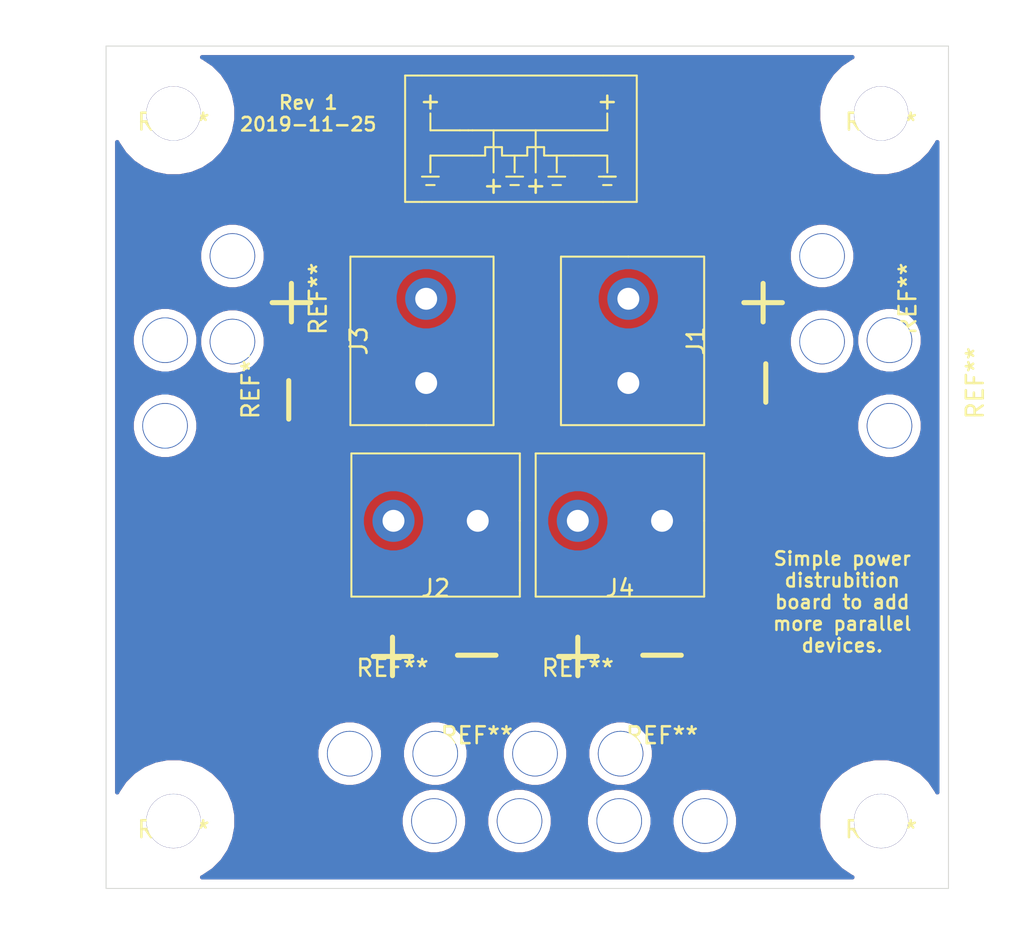
<source format=kicad_pcb>
(kicad_pcb (version 20171130) (host pcbnew "(5.1.4)-1")

  (general
    (thickness 1.6)
    (drawings 63)
    (tracks 0)
    (zones 0)
    (modules 16)
    (nets 3)
  )

  (page A4)
  (layers
    (0 F.Cu signal)
    (31 B.Cu signal)
    (32 B.Adhes user)
    (33 F.Adhes user)
    (34 B.Paste user)
    (35 F.Paste user)
    (36 B.SilkS user)
    (37 F.SilkS user)
    (38 B.Mask user)
    (39 F.Mask user)
    (40 Dwgs.User user)
    (41 Cmts.User user)
    (42 Eco1.User user)
    (43 Eco2.User user)
    (44 Edge.Cuts user)
    (45 Margin user)
    (46 B.CrtYd user)
    (47 F.CrtYd user)
    (48 B.Fab user)
    (49 F.Fab user)
  )

  (setup
    (last_trace_width 3)
    (user_trace_width 3)
    (trace_clearance 0.2)
    (zone_clearance 0.508)
    (zone_45_only no)
    (trace_min 0.2)
    (via_size 0.8)
    (via_drill 0.4)
    (via_min_size 0.4)
    (via_min_drill 0.3)
    (uvia_size 0.3)
    (uvia_drill 0.1)
    (uvias_allowed no)
    (uvia_min_size 0.2)
    (uvia_min_drill 0.1)
    (edge_width 0.05)
    (segment_width 0.2)
    (pcb_text_width 0.3)
    (pcb_text_size 1.5 1.5)
    (mod_edge_width 0.12)
    (mod_text_size 1 1)
    (mod_text_width 0.15)
    (pad_size 1.524 1.524)
    (pad_drill 0.762)
    (pad_to_mask_clearance 0.051)
    (solder_mask_min_width 0.25)
    (aux_axis_origin 0 0)
    (visible_elements 7FFFFFFF)
    (pcbplotparams
      (layerselection 0x010fc_ffffffff)
      (usegerberextensions false)
      (usegerberattributes false)
      (usegerberadvancedattributes false)
      (creategerberjobfile false)
      (excludeedgelayer true)
      (linewidth 0.100000)
      (plotframeref false)
      (viasonmask false)
      (mode 1)
      (useauxorigin false)
      (hpglpennumber 1)
      (hpglpenspeed 20)
      (hpglpendiameter 15.000000)
      (psnegative false)
      (psa4output false)
      (plotreference false)
      (plotvalue false)
      (plotinvisibletext false)
      (padsonsilk false)
      (subtractmaskfromsilk false)
      (outputformat 1)
      (mirror false)
      (drillshape 0)
      (scaleselection 1)
      (outputdirectory "../Gerber/"))
  )

  (net 0 "")
  (net 1 +12V)
  (net 2 GND)

  (net_class Default "This is the default net class."
    (clearance 0.2)
    (trace_width 0.25)
    (via_dia 0.8)
    (via_drill 0.4)
    (uvia_dia 0.3)
    (uvia_drill 0.1)
    (add_net +12V)
    (add_net GND)
  )

  (module Highside-powerdistribution:Mountinghole (layer F.Cu) (tedit 5DD06B0A) (tstamp 5DDAB5BD)
    (at 104 96)
    (fp_text reference REF** (at 0 0.5) (layer F.SilkS)
      (effects (font (size 1 1) (thickness 0.15)))
    )
    (fp_text value Mountinghole (at 0 -0.5) (layer F.Fab)
      (effects (font (size 1 1) (thickness 0.15)))
    )
    (pad "" thru_hole circle (at 0 0) (size 3.22 3.22) (drill 3.2) (layers *.Cu *.Mask)
      (clearance 2) (zone_connect 2))
  )

  (module Highside-powerdistribution:Mountinghole (layer F.Cu) (tedit 5DD06B0A) (tstamp 5DDAB5B5)
    (at 146 96)
    (fp_text reference REF** (at 0 0.5) (layer F.SilkS)
      (effects (font (size 1 1) (thickness 0.15)))
    )
    (fp_text value Mountinghole (at 0 -0.5) (layer F.Fab)
      (effects (font (size 1 1) (thickness 0.15)))
    )
    (pad "" thru_hole circle (at 0 0) (size 3.22 3.22) (drill 3.2) (layers *.Cu *.Mask)
      (clearance 2) (zone_connect 2))
  )

  (module Highside-powerdistribution:Mountinghole (layer F.Cu) (tedit 5DD06B0A) (tstamp 5DDAB5AD)
    (at 146 54)
    (fp_text reference REF** (at 0 0.5) (layer F.SilkS)
      (effects (font (size 1 1) (thickness 0.15)))
    )
    (fp_text value Mountinghole (at 0 -0.5) (layer F.Fab)
      (effects (font (size 1 1) (thickness 0.15)))
    )
    (pad "" thru_hole circle (at 0 0) (size 3.22 3.22) (drill 3.2) (layers *.Cu *.Mask)
      (clearance 2) (zone_connect 2))
  )

  (module Highside-powerdistribution:Mountinghole (layer F.Cu) (tedit 5DD06B0A) (tstamp 5DDAB5A7)
    (at 104 54)
    (fp_text reference REF** (at 0 0.5) (layer F.SilkS)
      (effects (font (size 1 1) (thickness 0.15)))
    )
    (fp_text value Mountinghole (at 0 -0.5) (layer F.Fab)
      (effects (font (size 1 1) (thickness 0.15)))
    )
    (pad "" thru_hole circle (at 0 0) (size 3.22 3.22) (drill 3.2) (layers *.Cu *.Mask)
      (clearance 2) (zone_connect 2))
  )

  (module Highside-powerdistribution:WireDistresser (layer F.Cu) (tedit 5DD063D4) (tstamp 5DDAB2BB)
    (at 133 96 180)
    (fp_text reference REF** (at 0 5.08) (layer F.SilkS)
      (effects (font (size 1 1) (thickness 0.15)))
    )
    (fp_text value WireDistresser (at 0 -3.81) (layer F.Fab)
      (effects (font (size 1 1) (thickness 0.15)))
    )
    (pad "" thru_hole circle (at 2.54 0 180) (size 2.7 2.7) (drill 2.6) (layers *.Cu *.Mask)
      (clearance 0.5))
    (pad "" thru_hole circle (at -2.54 0 180) (size 2.7 2.7) (drill 2.6) (layers *.Cu *.Mask)
      (clearance 0.5))
  )

  (module Highside-powerdistribution:WireDistresser (layer F.Cu) (tedit 5DD063D4) (tstamp 5DDAB29D)
    (at 128 92 180)
    (fp_text reference REF** (at 0 5.08) (layer F.SilkS)
      (effects (font (size 1 1) (thickness 0.15)))
    )
    (fp_text value WireDistresser (at 0 -3.81) (layer F.Fab)
      (effects (font (size 1 1) (thickness 0.15)))
    )
    (pad "" thru_hole circle (at 2.54 0 180) (size 2.7 2.7) (drill 2.6) (layers *.Cu *.Mask)
      (clearance 0.5))
    (pad "" thru_hole circle (at -2.54 0 180) (size 2.7 2.7) (drill 2.6) (layers *.Cu *.Mask)
      (clearance 0.5))
  )

  (module Highside-powerdistribution:WireDistresser (layer F.Cu) (tedit 5DD063D4) (tstamp 5DDAB2CA)
    (at 117 92 180)
    (fp_text reference REF** (at 0 5.08) (layer F.SilkS)
      (effects (font (size 1 1) (thickness 0.15)))
    )
    (fp_text value WireDistresser (at 0 -3.81) (layer F.Fab)
      (effects (font (size 1 1) (thickness 0.15)))
    )
    (pad "" thru_hole circle (at 2.54 0 180) (size 2.7 2.7) (drill 2.6) (layers *.Cu *.Mask)
      (clearance 0.5))
    (pad "" thru_hole circle (at -2.54 0 180) (size 2.7 2.7) (drill 2.6) (layers *.Cu *.Mask)
      (clearance 0.5))
  )

  (module Highside-powerdistribution:WireDistresser (layer F.Cu) (tedit 5DD063D4) (tstamp 5DDAB28E)
    (at 122 96 180)
    (fp_text reference REF** (at 0 5.08) (layer F.SilkS)
      (effects (font (size 1 1) (thickness 0.15)))
    )
    (fp_text value WireDistresser (at 0 -3.81) (layer F.Fab)
      (effects (font (size 1 1) (thickness 0.15)))
    )
    (pad "" thru_hole circle (at 2.54 0 180) (size 2.7 2.7) (drill 2.6) (layers *.Cu *.Mask)
      (clearance 0.5))
    (pad "" thru_hole circle (at -2.54 0 180) (size 2.7 2.7) (drill 2.6) (layers *.Cu *.Mask)
      (clearance 0.5))
  )

  (module Highside-powerdistribution:WireDistresser (layer F.Cu) (tedit 5DD063D4) (tstamp 5DDAB2F7)
    (at 103.5 70 90)
    (fp_text reference REF** (at 0 5.08 90) (layer F.SilkS)
      (effects (font (size 1 1) (thickness 0.15)))
    )
    (fp_text value WireDistresser (at 0 -3.81 90) (layer F.Fab)
      (effects (font (size 1 1) (thickness 0.15)))
    )
    (pad "" thru_hole circle (at 2.54 0 90) (size 2.7 2.7) (drill 2.6) (layers *.Cu *.Mask)
      (clearance 0.5))
    (pad "" thru_hole circle (at -2.54 0 90) (size 2.7 2.7) (drill 2.6) (layers *.Cu *.Mask)
      (clearance 0.5))
  )

  (module Highside-powerdistribution:WireDistresser (layer F.Cu) (tedit 5DD063D4) (tstamp 5DDAB2E8)
    (at 107.5 65 90)
    (fp_text reference REF** (at 0 5.08 90) (layer F.SilkS)
      (effects (font (size 1 1) (thickness 0.15)))
    )
    (fp_text value WireDistresser (at 0 -3.81 90) (layer F.Fab)
      (effects (font (size 1 1) (thickness 0.15)))
    )
    (pad "" thru_hole circle (at 2.54 0 90) (size 2.7 2.7) (drill 2.6) (layers *.Cu *.Mask)
      (clearance 0.5))
    (pad "" thru_hole circle (at -2.54 0 90) (size 2.7 2.7) (drill 2.6) (layers *.Cu *.Mask)
      (clearance 0.5))
  )

  (module Highside-powerdistribution:WireDistresser (layer F.Cu) (tedit 5DD063D4) (tstamp 5DDAB2D9)
    (at 146.5 70 90)
    (fp_text reference REF** (at 0 5.08 90) (layer F.SilkS)
      (effects (font (size 1 1) (thickness 0.15)))
    )
    (fp_text value WireDistresser (at 0 -3.81 90) (layer F.Fab)
      (effects (font (size 1 1) (thickness 0.15)))
    )
    (pad "" thru_hole circle (at 2.54 0 90) (size 2.7 2.7) (drill 2.6) (layers *.Cu *.Mask)
      (clearance 0.5))
    (pad "" thru_hole circle (at -2.54 0 90) (size 2.7 2.7) (drill 2.6) (layers *.Cu *.Mask)
      (clearance 0.5))
  )

  (module Highside-powerdistribution:WireDistresser (layer F.Cu) (tedit 5DD063D4) (tstamp 5DDAB2AC)
    (at 142.5 65 90)
    (fp_text reference REF** (at 0 5.08 90) (layer F.SilkS)
      (effects (font (size 1 1) (thickness 0.15)))
    )
    (fp_text value WireDistresser (at 0 -3.81 90) (layer F.Fab)
      (effects (font (size 1 1) (thickness 0.15)))
    )
    (pad "" thru_hole circle (at 2.54 0 90) (size 2.7 2.7) (drill 2.6) (layers *.Cu *.Mask)
      (clearance 0.5))
    (pad "" thru_hole circle (at -2.54 0 90) (size 2.7 2.7) (drill 2.6) (layers *.Cu *.Mask)
      (clearance 0.5))
  )

  (module Highside-powerdistribution:Phoenix_TB_2-1935776 (layer F.Cu) (tedit 5DDB86C1) (tstamp 5DDAB347)
    (at 119 67.5 270)
    (path /5DDB07B6)
    (fp_text reference J3 (at 0 4 270) (layer F.SilkS)
      (effects (font (size 1 1) (thickness 0.15)))
    )
    (fp_text value Screw_Terminal_01x02 (at 0 -3 270) (layer F.Fab)
      (effects (font (size 1 1) (thickness 0.15)))
    )
    (fp_line (start 5 4.5) (end 5 0) (layer F.SilkS) (width 0.12))
    (fp_line (start -5 4.5) (end 5 4.5) (layer F.SilkS) (width 0.12))
    (fp_line (start -5 -4) (end -5 4.5) (layer F.SilkS) (width 0.12))
    (fp_line (start 5 -4) (end -5 -4) (layer F.SilkS) (width 0.12))
    (fp_line (start 5 0) (end 5 -4) (layer F.SilkS) (width 0.12))
    (pad 2 thru_hole circle (at 2.5 0 270) (size 2.5 2.5) (drill 1.3) (layers *.Cu *.Mask)
      (net 2 GND) (zone_connect 2))
    (pad 1 thru_hole circle (at -2.5 0 270) (size 2.5 2.5) (drill 1.3) (layers *.Cu *.Mask)
      (net 1 +12V) (zone_connect 2))
    (model "C:/Users/oskar/Dropbox/Dokument/Projekt/Elita/Electrical system/Highside-Powerdistribution/Highside-powerdistribution/Libraries/Footprint_libraries/3D/pxc_1935776_00_PT-2-5-2-5-0-H_3D.stp"
      (offset (xyz 14 50.5 -15.5))
      (scale (xyz 1 1 1))
      (rotate (xyz -90 0 90))
    )
  )

  (module Highside-powerdistribution:Phoenix_TB_2-1935776 (layer F.Cu) (tedit 5DDB86C1) (tstamp 5DDAB365)
    (at 131 67.5 90)
    (path /5DDAC855)
    (fp_text reference J1 (at 0 4 90) (layer F.SilkS)
      (effects (font (size 1 1) (thickness 0.15)))
    )
    (fp_text value Screw_Terminal_01x02 (at 0 -3 90) (layer F.Fab)
      (effects (font (size 1 1) (thickness 0.15)))
    )
    (fp_line (start 5 4.5) (end 5 0) (layer F.SilkS) (width 0.12))
    (fp_line (start -5 4.5) (end 5 4.5) (layer F.SilkS) (width 0.12))
    (fp_line (start -5 -4) (end -5 4.5) (layer F.SilkS) (width 0.12))
    (fp_line (start 5 -4) (end -5 -4) (layer F.SilkS) (width 0.12))
    (fp_line (start 5 0) (end 5 -4) (layer F.SilkS) (width 0.12))
    (pad 2 thru_hole circle (at 2.5 0 90) (size 2.5 2.5) (drill 1.3) (layers *.Cu *.Mask)
      (net 1 +12V) (zone_connect 2))
    (pad 1 thru_hole circle (at -2.5 0 90) (size 2.5 2.5) (drill 1.3) (layers *.Cu *.Mask)
      (net 2 GND) (zone_connect 2))
    (model "C:/Users/oskar/Dropbox/Dokument/Projekt/Elita/Electrical system/Highside-Powerdistribution/Highside-powerdistribution/Libraries/Footprint_libraries/3D/pxc_1935776_00_PT-2-5-2-5-0-H_3D.stp"
      (offset (xyz 14 50.5 -15.5))
      (scale (xyz 1 1 1))
      (rotate (xyz -90 0 90))
    )
  )

  (module Highside-powerdistribution:Phoenix_TB_2-1935776 (layer F.Cu) (tedit 5DDB86C1) (tstamp 5DDAB329)
    (at 119.560001 78.180001)
    (path /5DDA5B8F)
    (fp_text reference J2 (at 0 4) (layer F.SilkS)
      (effects (font (size 1 1) (thickness 0.15)))
    )
    (fp_text value Screw_Terminal_01x02 (at 0 -3) (layer F.Fab)
      (effects (font (size 1 1) (thickness 0.15)))
    )
    (fp_line (start 5 4.5) (end 5 0) (layer F.SilkS) (width 0.12))
    (fp_line (start -5 4.5) (end 5 4.5) (layer F.SilkS) (width 0.12))
    (fp_line (start -5 -4) (end -5 4.5) (layer F.SilkS) (width 0.12))
    (fp_line (start 5 -4) (end -5 -4) (layer F.SilkS) (width 0.12))
    (fp_line (start 5 0) (end 5 -4) (layer F.SilkS) (width 0.12))
    (pad 2 thru_hole circle (at 2.5 0) (size 2.5 2.5) (drill 1.3) (layers *.Cu *.Mask)
      (net 2 GND) (zone_connect 2))
    (pad 1 thru_hole circle (at -2.5 0) (size 2.5 2.5) (drill 1.3) (layers *.Cu *.Mask)
      (net 1 +12V) (zone_connect 2))
    (model "C:/Users/oskar/Dropbox/Dokument/Projekt/Elita/Electrical system/Highside-Powerdistribution/Highside-powerdistribution/Libraries/Footprint_libraries/3D/pxc_1935776_00_PT-2-5-2-5-0-H_3D.stp"
      (offset (xyz 14 50.5 -15.5))
      (scale (xyz 1 1 1))
      (rotate (xyz -90 0 90))
    )
  )

  (module Highside-powerdistribution:Phoenix_TB_2-1935776 (layer F.Cu) (tedit 5DDB86C1) (tstamp 5DDAB30B)
    (at 130.5 78.180001)
    (path /5DDB07A0)
    (fp_text reference J4 (at 0 4) (layer F.SilkS)
      (effects (font (size 1 1) (thickness 0.15)))
    )
    (fp_text value Screw_Terminal_01x02 (at 0 -3) (layer F.Fab)
      (effects (font (size 1 1) (thickness 0.15)))
    )
    (fp_line (start 5 4.5) (end 5 0) (layer F.SilkS) (width 0.12))
    (fp_line (start -5 4.5) (end 5 4.5) (layer F.SilkS) (width 0.12))
    (fp_line (start -5 -4) (end -5 4.5) (layer F.SilkS) (width 0.12))
    (fp_line (start 5 -4) (end -5 -4) (layer F.SilkS) (width 0.12))
    (fp_line (start 5 0) (end 5 -4) (layer F.SilkS) (width 0.12))
    (pad 2 thru_hole circle (at 2.5 0) (size 2.5 2.5) (drill 1.3) (layers *.Cu *.Mask)
      (net 2 GND) (zone_connect 2))
    (pad 1 thru_hole circle (at -2.5 0) (size 2.5 2.5) (drill 1.3) (layers *.Cu *.Mask)
      (net 1 +12V) (zone_connect 2))
    (model "C:/Users/oskar/Dropbox/Dokument/Projekt/Elita/Electrical system/Highside-Powerdistribution/Highside-powerdistribution/Libraries/Footprint_libraries/3D/pxc_1935776_00_PT-2-5-2-5-0-H_3D.stp"
      (offset (xyz 14 50.5 -15.5))
      (scale (xyz 1 1 1))
      (rotate (xyz -90 0 90))
    )
  )

  (gr_text "Simple power \ndistrubition \nboard to add \nmore parallel \ndevices. " (at 144 83) (layer F.SilkS)
    (effects (font (size 0.8 0.8) (thickness 0.15)))
  )
  (gr_text "Rev 1\n2019-11-25" (at 112 54) (layer F.SilkS)
    (effects (font (size 0.8 0.8) (thickness 0.15)))
  )
  (gr_line (start 118.75 59.25) (end 117.75 59.25) (layer F.SilkS) (width 0.12) (tstamp 5DDAB998))
  (gr_line (start 118.5 51.75) (end 118.75 51.75) (layer F.SilkS) (width 0.12) (tstamp 5DDAB997))
  (gr_line (start 118.5 51.75) (end 117.75 51.75) (layer F.SilkS) (width 0.12) (tstamp 5DDAB996))
  (gr_line (start 121.75 55) (end 121.5 55) (layer F.SilkS) (width 0.12) (tstamp 5DDAB993))
  (gr_line (start 121.75 56.5) (end 122.5 56.5) (layer F.SilkS) (width 0.12) (tstamp 5DDAB992))
  (gr_line (start 121.5 55) (end 121 55) (layer F.SilkS) (width 0.12) (tstamp 5DDAB991))
  (gr_line (start 131.5 59.25) (end 129.5 59.25) (layer F.SilkS) (width 0.12) (tstamp 5DDAB867))
  (gr_line (start 129.5 51.75) (end 131.5 51.75) (layer F.SilkS) (width 0.12) (tstamp 5DDAB866))
  (gr_line (start 121 55) (end 119.25 55) (layer F.SilkS) (width 0.12) (tstamp 5DDAB865))
  (gr_line (start 126.25 56.5) (end 126 56.5) (layer F.SilkS) (width 0.12) (tstamp 5DDAB864))
  (gr_line (start 127.75 56.5) (end 126.25 56.5) (layer F.SilkS) (width 0.12))
  (gr_line (start 117.75 59.25) (end 117.75 51.75) (layer F.SilkS) (width 0.12) (tstamp 5DDAB7E8))
  (gr_line (start 129.5 59.25) (end 118.75 59.25) (layer F.SilkS) (width 0.12))
  (gr_line (start 131.5 51.75) (end 131.5 59.25) (layer F.SilkS) (width 0.12))
  (gr_line (start 118.75 51.75) (end 129.5 51.75) (layer F.SilkS) (width 0.12))
  (gr_text + (at 119.25 53.25) (layer F.SilkS) (tstamp 5DDAB7E2)
    (effects (font (size 1 1) (thickness 0.15)))
  )
  (gr_text + (at 129.75 53.25) (layer F.SilkS) (tstamp 5DDAB7E0)
    (effects (font (size 1 1) (thickness 0.15)))
  )
  (gr_text + (at 125.5 58.25) (layer F.SilkS) (tstamp 5DDAB7DE)
    (effects (font (size 1 1) (thickness 0.15)))
  )
  (gr_text + (at 123 58.25) (layer F.SilkS)
    (effects (font (size 1 1) (thickness 0.15)))
  )
  (gr_line (start 124.5 58.25) (end 124 58.25) (layer F.SilkS) (width 0.12))
  (gr_line (start 124.75 57.75) (end 123.75 57.75) (layer F.SilkS) (width 0.12))
  (gr_line (start 127 58.25) (end 126.5 58.25) (layer F.SilkS) (width 0.12))
  (gr_line (start 127.25 57.75) (end 126.25 57.75) (layer F.SilkS) (width 0.12))
  (gr_line (start 126.75 56.5) (end 126.75 57.5) (layer F.SilkS) (width 0.12))
  (gr_line (start 124.25 56.75) (end 124.25 56.5) (layer F.SilkS) (width 0.12))
  (gr_line (start 124.25 57.5) (end 124.25 56.75) (layer F.SilkS) (width 0.12))
  (gr_line (start 119 58.25) (end 119.5 58.25) (layer F.SilkS) (width 0.12))
  (gr_line (start 118.75 57.75) (end 119.75 57.75) (layer F.SilkS) (width 0.12))
  (gr_line (start 129.5 58.25) (end 130 58.25) (layer F.SilkS) (width 0.12))
  (gr_line (start 130.25 57.75) (end 129.25 57.75) (layer F.SilkS) (width 0.12))
  (gr_line (start 130 57.75) (end 130.25 57.75) (layer F.SilkS) (width 0.12))
  (gr_line (start 129.5 57.75) (end 130 57.75) (layer F.SilkS) (width 0.12))
  (gr_line (start 129.75 56.5) (end 129.75 57.5) (layer F.SilkS) (width 0.12))
  (gr_line (start 127.75 56.5) (end 129.75 56.5) (layer F.SilkS) (width 0.12))
  (gr_line (start 126 56) (end 126 56.5) (layer F.SilkS) (width 0.12))
  (gr_line (start 125 56) (end 126 56) (layer F.SilkS) (width 0.12))
  (gr_line (start 125 56.5) (end 125 56) (layer F.SilkS) (width 0.12))
  (gr_line (start 123.5 56.5) (end 125 56.5) (layer F.SilkS) (width 0.12))
  (gr_line (start 123.5 56) (end 123.5 56.5) (layer F.SilkS) (width 0.12))
  (gr_line (start 122.5 56) (end 123.5 56) (layer F.SilkS) (width 0.12))
  (gr_line (start 122.5 56.5) (end 122.5 56) (layer F.SilkS) (width 0.12))
  (gr_line (start 119.25 56.5) (end 121.75 56.5) (layer F.SilkS) (width 0.12))
  (gr_line (start 119.25 57.5) (end 119.25 56.5) (layer F.SilkS) (width 0.12) (tstamp 5DDAB7DB))
  (gr_line (start 119.25 56.5) (end 119.25 57.5) (layer F.SilkS) (width 0.12))
  (gr_line (start 125.5 55) (end 125.5 57.5) (layer F.SilkS) (width 0.12))
  (gr_line (start 123 55) (end 123 57.5) (layer F.SilkS) (width 0.12))
  (gr_line (start 129.75 55) (end 129.75 54) (layer F.SilkS) (width 0.12))
  (gr_line (start 121.75 55) (end 129.75 55) (layer F.SilkS) (width 0.12))
  (gr_line (start 119.25 54) (end 119.25 55) (layer F.SilkS) (width 0.12))
  (gr_text _ (at 122 84.5) (layer F.SilkS) (tstamp 5DDAB769)
    (effects (font (size 3 3) (thickness 0.3)))
  )
  (gr_text _ (at 133 84.5) (layer F.SilkS) (tstamp 5DDAB764)
    (effects (font (size 3 3) (thickness 0.3)))
  )
  (gr_text _ (at 137.5 70 90) (layer F.SilkS) (tstamp 5DDAB760)
    (effects (font (size 3 3) (thickness 0.3)))
  )
  (gr_text _ (at 112.5 71 270) (layer F.SilkS) (tstamp 5DDAB759)
    (effects (font (size 3 3) (thickness 0.3)))
  )
  (gr_text + (at 111 65) (layer F.SilkS) (tstamp 5DDAB757)
    (effects (font (size 3 3) (thickness 0.3)))
  )
  (gr_text + (at 139 65) (layer F.SilkS) (tstamp 5DDAB755)
    (effects (font (size 3 3) (thickness 0.3)))
  )
  (gr_text + (at 128 86) (layer F.SilkS) (tstamp 5DDAB753)
    (effects (font (size 3 3) (thickness 0.3)))
  )
  (gr_text + (at 117 86) (layer F.SilkS)
    (effects (font (size 3 3) (thickness 0.3)))
  )
  (gr_line (start 100 100) (end 100 50) (layer Edge.Cuts) (width 0.05) (tstamp 5DDAAD34))
  (gr_line (start 150 100) (end 100 100) (layer Edge.Cuts) (width 0.05))
  (gr_line (start 150 50) (end 150 100) (layer Edge.Cuts) (width 0.05))
  (gr_line (start 100 50) (end 150 50) (layer Edge.Cuts) (width 0.05))

  (zone (net 1) (net_name +12V) (layer F.Cu) (tstamp 5DDB8A53) (hatch edge 0.508)
    (connect_pads (clearance 0.508))
    (min_thickness 0.254)
    (fill yes (arc_segments 32) (thermal_gap 0.508) (thermal_bridge_width 0.508))
    (polygon
      (pts
        (xy 154.5 103) (xy 154 47.5) (xy 94 48) (xy 94 103)
      )
    )
    (filled_polygon
      (pts
        (xy 144.229867 50.688313) (xy 143.617801 51.097282) (xy 143.097282 51.617801) (xy 142.688313 52.229867) (xy 142.406611 52.909957)
        (xy 142.263 53.631938) (xy 142.263 54.368062) (xy 142.406611 55.090043) (xy 142.688313 55.770133) (xy 143.097282 56.382199)
        (xy 143.617801 56.902718) (xy 144.229867 57.311687) (xy 144.909957 57.593389) (xy 145.631938 57.737) (xy 146.368062 57.737)
        (xy 147.090043 57.593389) (xy 147.770133 57.311687) (xy 148.382199 56.902718) (xy 148.902718 56.382199) (xy 149.311687 55.770133)
        (xy 149.34 55.701779) (xy 149.340001 94.298223) (xy 149.311687 94.229867) (xy 148.902718 93.617801) (xy 148.382199 93.097282)
        (xy 147.770133 92.688313) (xy 147.090043 92.406611) (xy 146.368062 92.263) (xy 145.631938 92.263) (xy 144.909957 92.406611)
        (xy 144.229867 92.688313) (xy 143.617801 93.097282) (xy 143.097282 93.617801) (xy 142.688313 94.229867) (xy 142.406611 94.909957)
        (xy 142.263 95.631938) (xy 142.263 96.368062) (xy 142.406611 97.090043) (xy 142.688313 97.770133) (xy 143.097282 98.382199)
        (xy 143.617801 98.902718) (xy 144.229867 99.311687) (xy 144.298221 99.34) (xy 105.701779 99.34) (xy 105.770133 99.311687)
        (xy 106.382199 98.902718) (xy 106.902718 98.382199) (xy 107.311687 97.770133) (xy 107.593389 97.090043) (xy 107.737 96.368062)
        (xy 107.737 95.804495) (xy 117.475 95.804495) (xy 117.475 96.195505) (xy 117.551282 96.579003) (xy 117.700915 96.94025)
        (xy 117.918149 97.265364) (xy 118.194636 97.541851) (xy 118.51975 97.759085) (xy 118.880997 97.908718) (xy 119.264495 97.985)
        (xy 119.655505 97.985) (xy 120.039003 97.908718) (xy 120.40025 97.759085) (xy 120.725364 97.541851) (xy 121.001851 97.265364)
        (xy 121.219085 96.94025) (xy 121.368718 96.579003) (xy 121.445 96.195505) (xy 121.445 95.804495) (xy 122.555 95.804495)
        (xy 122.555 96.195505) (xy 122.631282 96.579003) (xy 122.780915 96.94025) (xy 122.998149 97.265364) (xy 123.274636 97.541851)
        (xy 123.59975 97.759085) (xy 123.960997 97.908718) (xy 124.344495 97.985) (xy 124.735505 97.985) (xy 125.119003 97.908718)
        (xy 125.48025 97.759085) (xy 125.805364 97.541851) (xy 126.081851 97.265364) (xy 126.299085 96.94025) (xy 126.448718 96.579003)
        (xy 126.525 96.195505) (xy 126.525 95.804495) (xy 128.475 95.804495) (xy 128.475 96.195505) (xy 128.551282 96.579003)
        (xy 128.700915 96.94025) (xy 128.918149 97.265364) (xy 129.194636 97.541851) (xy 129.51975 97.759085) (xy 129.880997 97.908718)
        (xy 130.264495 97.985) (xy 130.655505 97.985) (xy 131.039003 97.908718) (xy 131.40025 97.759085) (xy 131.725364 97.541851)
        (xy 132.001851 97.265364) (xy 132.219085 96.94025) (xy 132.368718 96.579003) (xy 132.445 96.195505) (xy 132.445 95.804495)
        (xy 133.555 95.804495) (xy 133.555 96.195505) (xy 133.631282 96.579003) (xy 133.780915 96.94025) (xy 133.998149 97.265364)
        (xy 134.274636 97.541851) (xy 134.59975 97.759085) (xy 134.960997 97.908718) (xy 135.344495 97.985) (xy 135.735505 97.985)
        (xy 136.119003 97.908718) (xy 136.48025 97.759085) (xy 136.805364 97.541851) (xy 137.081851 97.265364) (xy 137.299085 96.94025)
        (xy 137.448718 96.579003) (xy 137.525 96.195505) (xy 137.525 95.804495) (xy 137.448718 95.420997) (xy 137.299085 95.05975)
        (xy 137.081851 94.734636) (xy 136.805364 94.458149) (xy 136.48025 94.240915) (xy 136.119003 94.091282) (xy 135.735505 94.015)
        (xy 135.344495 94.015) (xy 134.960997 94.091282) (xy 134.59975 94.240915) (xy 134.274636 94.458149) (xy 133.998149 94.734636)
        (xy 133.780915 95.05975) (xy 133.631282 95.420997) (xy 133.555 95.804495) (xy 132.445 95.804495) (xy 132.368718 95.420997)
        (xy 132.219085 95.05975) (xy 132.001851 94.734636) (xy 131.725364 94.458149) (xy 131.40025 94.240915) (xy 131.039003 94.091282)
        (xy 130.655505 94.015) (xy 130.264495 94.015) (xy 129.880997 94.091282) (xy 129.51975 94.240915) (xy 129.194636 94.458149)
        (xy 128.918149 94.734636) (xy 128.700915 95.05975) (xy 128.551282 95.420997) (xy 128.475 95.804495) (xy 126.525 95.804495)
        (xy 126.448718 95.420997) (xy 126.299085 95.05975) (xy 126.081851 94.734636) (xy 125.805364 94.458149) (xy 125.48025 94.240915)
        (xy 125.119003 94.091282) (xy 124.735505 94.015) (xy 124.344495 94.015) (xy 123.960997 94.091282) (xy 123.59975 94.240915)
        (xy 123.274636 94.458149) (xy 122.998149 94.734636) (xy 122.780915 95.05975) (xy 122.631282 95.420997) (xy 122.555 95.804495)
        (xy 121.445 95.804495) (xy 121.368718 95.420997) (xy 121.219085 95.05975) (xy 121.001851 94.734636) (xy 120.725364 94.458149)
        (xy 120.40025 94.240915) (xy 120.039003 94.091282) (xy 119.655505 94.015) (xy 119.264495 94.015) (xy 118.880997 94.091282)
        (xy 118.51975 94.240915) (xy 118.194636 94.458149) (xy 117.918149 94.734636) (xy 117.700915 95.05975) (xy 117.551282 95.420997)
        (xy 117.475 95.804495) (xy 107.737 95.804495) (xy 107.737 95.631938) (xy 107.593389 94.909957) (xy 107.311687 94.229867)
        (xy 106.902718 93.617801) (xy 106.382199 93.097282) (xy 105.770133 92.688313) (xy 105.090043 92.406611) (xy 104.368062 92.263)
        (xy 103.631938 92.263) (xy 102.909957 92.406611) (xy 102.229867 92.688313) (xy 101.617801 93.097282) (xy 101.097282 93.617801)
        (xy 100.688313 94.229867) (xy 100.66 94.298221) (xy 100.66 91.804495) (xy 112.475 91.804495) (xy 112.475 92.195505)
        (xy 112.551282 92.579003) (xy 112.700915 92.94025) (xy 112.918149 93.265364) (xy 113.194636 93.541851) (xy 113.51975 93.759085)
        (xy 113.880997 93.908718) (xy 114.264495 93.985) (xy 114.655505 93.985) (xy 115.039003 93.908718) (xy 115.40025 93.759085)
        (xy 115.725364 93.541851) (xy 116.001851 93.265364) (xy 116.219085 92.94025) (xy 116.368718 92.579003) (xy 116.445 92.195505)
        (xy 116.445 91.804495) (xy 117.555 91.804495) (xy 117.555 92.195505) (xy 117.631282 92.579003) (xy 117.780915 92.94025)
        (xy 117.998149 93.265364) (xy 118.274636 93.541851) (xy 118.59975 93.759085) (xy 118.960997 93.908718) (xy 119.344495 93.985)
        (xy 119.735505 93.985) (xy 120.119003 93.908718) (xy 120.48025 93.759085) (xy 120.805364 93.541851) (xy 121.081851 93.265364)
        (xy 121.299085 92.94025) (xy 121.448718 92.579003) (xy 121.525 92.195505) (xy 121.525 91.804495) (xy 123.475 91.804495)
        (xy 123.475 92.195505) (xy 123.551282 92.579003) (xy 123.700915 92.94025) (xy 123.918149 93.265364) (xy 124.194636 93.541851)
        (xy 124.51975 93.759085) (xy 124.880997 93.908718) (xy 125.264495 93.985) (xy 125.655505 93.985) (xy 126.039003 93.908718)
        (xy 126.40025 93.759085) (xy 126.725364 93.541851) (xy 127.001851 93.265364) (xy 127.219085 92.94025) (xy 127.368718 92.579003)
        (xy 127.445 92.195505) (xy 127.445 91.804495) (xy 128.555 91.804495) (xy 128.555 92.195505) (xy 128.631282 92.579003)
        (xy 128.780915 92.94025) (xy 128.998149 93.265364) (xy 129.274636 93.541851) (xy 129.59975 93.759085) (xy 129.960997 93.908718)
        (xy 130.344495 93.985) (xy 130.735505 93.985) (xy 131.119003 93.908718) (xy 131.48025 93.759085) (xy 131.805364 93.541851)
        (xy 132.081851 93.265364) (xy 132.299085 92.94025) (xy 132.448718 92.579003) (xy 132.525 92.195505) (xy 132.525 91.804495)
        (xy 132.448718 91.420997) (xy 132.299085 91.05975) (xy 132.081851 90.734636) (xy 131.805364 90.458149) (xy 131.48025 90.240915)
        (xy 131.119003 90.091282) (xy 130.735505 90.015) (xy 130.344495 90.015) (xy 129.960997 90.091282) (xy 129.59975 90.240915)
        (xy 129.274636 90.458149) (xy 128.998149 90.734636) (xy 128.780915 91.05975) (xy 128.631282 91.420997) (xy 128.555 91.804495)
        (xy 127.445 91.804495) (xy 127.368718 91.420997) (xy 127.219085 91.05975) (xy 127.001851 90.734636) (xy 126.725364 90.458149)
        (xy 126.40025 90.240915) (xy 126.039003 90.091282) (xy 125.655505 90.015) (xy 125.264495 90.015) (xy 124.880997 90.091282)
        (xy 124.51975 90.240915) (xy 124.194636 90.458149) (xy 123.918149 90.734636) (xy 123.700915 91.05975) (xy 123.551282 91.420997)
        (xy 123.475 91.804495) (xy 121.525 91.804495) (xy 121.448718 91.420997) (xy 121.299085 91.05975) (xy 121.081851 90.734636)
        (xy 120.805364 90.458149) (xy 120.48025 90.240915) (xy 120.119003 90.091282) (xy 119.735505 90.015) (xy 119.344495 90.015)
        (xy 118.960997 90.091282) (xy 118.59975 90.240915) (xy 118.274636 90.458149) (xy 117.998149 90.734636) (xy 117.780915 91.05975)
        (xy 117.631282 91.420997) (xy 117.555 91.804495) (xy 116.445 91.804495) (xy 116.368718 91.420997) (xy 116.219085 91.05975)
        (xy 116.001851 90.734636) (xy 115.725364 90.458149) (xy 115.40025 90.240915) (xy 115.039003 90.091282) (xy 114.655505 90.015)
        (xy 114.264495 90.015) (xy 113.880997 90.091282) (xy 113.51975 90.240915) (xy 113.194636 90.458149) (xy 112.918149 90.734636)
        (xy 112.700915 91.05975) (xy 112.551282 91.420997) (xy 112.475 91.804495) (xy 100.66 91.804495) (xy 100.66 77.994345)
        (xy 120.175001 77.994345) (xy 120.175001 78.365657) (xy 120.24744 78.729835) (xy 120.389535 79.072883) (xy 120.595826 79.381619)
        (xy 120.858383 79.644176) (xy 121.167119 79.850467) (xy 121.510167 79.992562) (xy 121.874345 80.065001) (xy 122.245657 80.065001)
        (xy 122.609835 79.992562) (xy 122.952883 79.850467) (xy 123.261619 79.644176) (xy 123.524176 79.381619) (xy 123.730467 79.072883)
        (xy 123.872562 78.729835) (xy 123.945001 78.365657) (xy 123.945001 77.994345) (xy 131.115 77.994345) (xy 131.115 78.365657)
        (xy 131.187439 78.729835) (xy 131.329534 79.072883) (xy 131.535825 79.381619) (xy 131.798382 79.644176) (xy 132.107118 79.850467)
        (xy 132.450166 79.992562) (xy 132.814344 80.065001) (xy 133.185656 80.065001) (xy 133.549834 79.992562) (xy 133.892882 79.850467)
        (xy 134.201618 79.644176) (xy 134.464175 79.381619) (xy 134.670466 79.072883) (xy 134.812561 78.729835) (xy 134.885 78.365657)
        (xy 134.885 77.994345) (xy 134.812561 77.630167) (xy 134.670466 77.287119) (xy 134.464175 76.978383) (xy 134.201618 76.715826)
        (xy 133.892882 76.509535) (xy 133.549834 76.36744) (xy 133.185656 76.295001) (xy 132.814344 76.295001) (xy 132.450166 76.36744)
        (xy 132.107118 76.509535) (xy 131.798382 76.715826) (xy 131.535825 76.978383) (xy 131.329534 77.287119) (xy 131.187439 77.630167)
        (xy 131.115 77.994345) (xy 123.945001 77.994345) (xy 123.872562 77.630167) (xy 123.730467 77.287119) (xy 123.524176 76.978383)
        (xy 123.261619 76.715826) (xy 122.952883 76.509535) (xy 122.609835 76.36744) (xy 122.245657 76.295001) (xy 121.874345 76.295001)
        (xy 121.510167 76.36744) (xy 121.167119 76.509535) (xy 120.858383 76.715826) (xy 120.595826 76.978383) (xy 120.389535 77.287119)
        (xy 120.24744 77.630167) (xy 120.175001 77.994345) (xy 100.66 77.994345) (xy 100.66 72.344495) (xy 101.515 72.344495)
        (xy 101.515 72.735505) (xy 101.591282 73.119003) (xy 101.740915 73.48025) (xy 101.958149 73.805364) (xy 102.234636 74.081851)
        (xy 102.55975 74.299085) (xy 102.920997 74.448718) (xy 103.304495 74.525) (xy 103.695505 74.525) (xy 104.079003 74.448718)
        (xy 104.44025 74.299085) (xy 104.765364 74.081851) (xy 105.041851 73.805364) (xy 105.259085 73.48025) (xy 105.408718 73.119003)
        (xy 105.485 72.735505) (xy 105.485 72.344495) (xy 144.515 72.344495) (xy 144.515 72.735505) (xy 144.591282 73.119003)
        (xy 144.740915 73.48025) (xy 144.958149 73.805364) (xy 145.234636 74.081851) (xy 145.55975 74.299085) (xy 145.920997 74.448718)
        (xy 146.304495 74.525) (xy 146.695505 74.525) (xy 147.079003 74.448718) (xy 147.44025 74.299085) (xy 147.765364 74.081851)
        (xy 148.041851 73.805364) (xy 148.259085 73.48025) (xy 148.408718 73.119003) (xy 148.485 72.735505) (xy 148.485 72.344495)
        (xy 148.408718 71.960997) (xy 148.259085 71.59975) (xy 148.041851 71.274636) (xy 147.765364 70.998149) (xy 147.44025 70.780915)
        (xy 147.079003 70.631282) (xy 146.695505 70.555) (xy 146.304495 70.555) (xy 145.920997 70.631282) (xy 145.55975 70.780915)
        (xy 145.234636 70.998149) (xy 144.958149 71.274636) (xy 144.740915 71.59975) (xy 144.591282 71.960997) (xy 144.515 72.344495)
        (xy 105.485 72.344495) (xy 105.408718 71.960997) (xy 105.259085 71.59975) (xy 105.041851 71.274636) (xy 104.765364 70.998149)
        (xy 104.44025 70.780915) (xy 104.079003 70.631282) (xy 103.695505 70.555) (xy 103.304495 70.555) (xy 102.920997 70.631282)
        (xy 102.55975 70.780915) (xy 102.234636 70.998149) (xy 101.958149 71.274636) (xy 101.740915 71.59975) (xy 101.591282 71.960997)
        (xy 101.515 72.344495) (xy 100.66 72.344495) (xy 100.66 69.814344) (xy 117.115 69.814344) (xy 117.115 70.185656)
        (xy 117.187439 70.549834) (xy 117.329534 70.892882) (xy 117.535825 71.201618) (xy 117.798382 71.464175) (xy 118.107118 71.670466)
        (xy 118.450166 71.812561) (xy 118.814344 71.885) (xy 119.185656 71.885) (xy 119.549834 71.812561) (xy 119.892882 71.670466)
        (xy 120.201618 71.464175) (xy 120.464175 71.201618) (xy 120.670466 70.892882) (xy 120.812561 70.549834) (xy 120.885 70.185656)
        (xy 120.885 69.814344) (xy 129.115 69.814344) (xy 129.115 70.185656) (xy 129.187439 70.549834) (xy 129.329534 70.892882)
        (xy 129.535825 71.201618) (xy 129.798382 71.464175) (xy 130.107118 71.670466) (xy 130.450166 71.812561) (xy 130.814344 71.885)
        (xy 131.185656 71.885) (xy 131.549834 71.812561) (xy 131.892882 71.670466) (xy 132.201618 71.464175) (xy 132.464175 71.201618)
        (xy 132.670466 70.892882) (xy 132.812561 70.549834) (xy 132.885 70.185656) (xy 132.885 69.814344) (xy 132.812561 69.450166)
        (xy 132.670466 69.107118) (xy 132.464175 68.798382) (xy 132.201618 68.535825) (xy 131.892882 68.329534) (xy 131.549834 68.187439)
        (xy 131.185656 68.115) (xy 130.814344 68.115) (xy 130.450166 68.187439) (xy 130.107118 68.329534) (xy 129.798382 68.535825)
        (xy 129.535825 68.798382) (xy 129.329534 69.107118) (xy 129.187439 69.450166) (xy 129.115 69.814344) (xy 120.885 69.814344)
        (xy 120.812561 69.450166) (xy 120.670466 69.107118) (xy 120.464175 68.798382) (xy 120.201618 68.535825) (xy 119.892882 68.329534)
        (xy 119.549834 68.187439) (xy 119.185656 68.115) (xy 118.814344 68.115) (xy 118.450166 68.187439) (xy 118.107118 68.329534)
        (xy 117.798382 68.535825) (xy 117.535825 68.798382) (xy 117.329534 69.107118) (xy 117.187439 69.450166) (xy 117.115 69.814344)
        (xy 100.66 69.814344) (xy 100.66 67.264495) (xy 101.515 67.264495) (xy 101.515 67.655505) (xy 101.591282 68.039003)
        (xy 101.740915 68.40025) (xy 101.958149 68.725364) (xy 102.234636 69.001851) (xy 102.55975 69.219085) (xy 102.920997 69.368718)
        (xy 103.304495 69.445) (xy 103.695505 69.445) (xy 104.079003 69.368718) (xy 104.44025 69.219085) (xy 104.765364 69.001851)
        (xy 105.041851 68.725364) (xy 105.259085 68.40025) (xy 105.408718 68.039003) (xy 105.485 67.655505) (xy 105.485 67.344495)
        (xy 105.515 67.344495) (xy 105.515 67.735505) (xy 105.591282 68.119003) (xy 105.740915 68.48025) (xy 105.958149 68.805364)
        (xy 106.234636 69.081851) (xy 106.55975 69.299085) (xy 106.920997 69.448718) (xy 107.304495 69.525) (xy 107.695505 69.525)
        (xy 108.079003 69.448718) (xy 108.44025 69.299085) (xy 108.765364 69.081851) (xy 109.041851 68.805364) (xy 109.259085 68.48025)
        (xy 109.408718 68.119003) (xy 109.485 67.735505) (xy 109.485 67.344495) (xy 140.515 67.344495) (xy 140.515 67.735505)
        (xy 140.591282 68.119003) (xy 140.740915 68.48025) (xy 140.958149 68.805364) (xy 141.234636 69.081851) (xy 141.55975 69.299085)
        (xy 141.920997 69.448718) (xy 142.304495 69.525) (xy 142.695505 69.525) (xy 143.079003 69.448718) (xy 143.44025 69.299085)
        (xy 143.765364 69.081851) (xy 144.041851 68.805364) (xy 144.259085 68.48025) (xy 144.408718 68.119003) (xy 144.485 67.735505)
        (xy 144.485 67.344495) (xy 144.469088 67.264495) (xy 144.515 67.264495) (xy 144.515 67.655505) (xy 144.591282 68.039003)
        (xy 144.740915 68.40025) (xy 144.958149 68.725364) (xy 145.234636 69.001851) (xy 145.55975 69.219085) (xy 145.920997 69.368718)
        (xy 146.304495 69.445) (xy 146.695505 69.445) (xy 147.079003 69.368718) (xy 147.44025 69.219085) (xy 147.765364 69.001851)
        (xy 148.041851 68.725364) (xy 148.259085 68.40025) (xy 148.408718 68.039003) (xy 148.485 67.655505) (xy 148.485 67.264495)
        (xy 148.408718 66.880997) (xy 148.259085 66.51975) (xy 148.041851 66.194636) (xy 147.765364 65.918149) (xy 147.44025 65.700915)
        (xy 147.079003 65.551282) (xy 146.695505 65.475) (xy 146.304495 65.475) (xy 145.920997 65.551282) (xy 145.55975 65.700915)
        (xy 145.234636 65.918149) (xy 144.958149 66.194636) (xy 144.740915 66.51975) (xy 144.591282 66.880997) (xy 144.515 67.264495)
        (xy 144.469088 67.264495) (xy 144.408718 66.960997) (xy 144.259085 66.59975) (xy 144.041851 66.274636) (xy 143.765364 65.998149)
        (xy 143.44025 65.780915) (xy 143.079003 65.631282) (xy 142.695505 65.555) (xy 142.304495 65.555) (xy 141.920997 65.631282)
        (xy 141.55975 65.780915) (xy 141.234636 65.998149) (xy 140.958149 66.274636) (xy 140.740915 66.59975) (xy 140.591282 66.960997)
        (xy 140.515 67.344495) (xy 109.485 67.344495) (xy 109.408718 66.960997) (xy 109.259085 66.59975) (xy 109.041851 66.274636)
        (xy 108.765364 65.998149) (xy 108.44025 65.780915) (xy 108.079003 65.631282) (xy 107.695505 65.555) (xy 107.304495 65.555)
        (xy 106.920997 65.631282) (xy 106.55975 65.780915) (xy 106.234636 65.998149) (xy 105.958149 66.274636) (xy 105.740915 66.59975)
        (xy 105.591282 66.960997) (xy 105.515 67.344495) (xy 105.485 67.344495) (xy 105.485 67.264495) (xy 105.408718 66.880997)
        (xy 105.259085 66.51975) (xy 105.041851 66.194636) (xy 104.765364 65.918149) (xy 104.44025 65.700915) (xy 104.079003 65.551282)
        (xy 103.695505 65.475) (xy 103.304495 65.475) (xy 102.920997 65.551282) (xy 102.55975 65.700915) (xy 102.234636 65.918149)
        (xy 101.958149 66.194636) (xy 101.740915 66.51975) (xy 101.591282 66.880997) (xy 101.515 67.264495) (xy 100.66 67.264495)
        (xy 100.66 62.264495) (xy 105.515 62.264495) (xy 105.515 62.655505) (xy 105.591282 63.039003) (xy 105.740915 63.40025)
        (xy 105.958149 63.725364) (xy 106.234636 64.001851) (xy 106.55975 64.219085) (xy 106.920997 64.368718) (xy 107.304495 64.445)
        (xy 107.695505 64.445) (xy 108.079003 64.368718) (xy 108.44025 64.219085) (xy 108.765364 64.001851) (xy 109.041851 63.725364)
        (xy 109.259085 63.40025) (xy 109.408718 63.039003) (xy 109.485 62.655505) (xy 109.485 62.264495) (xy 140.515 62.264495)
        (xy 140.515 62.655505) (xy 140.591282 63.039003) (xy 140.740915 63.40025) (xy 140.958149 63.725364) (xy 141.234636 64.001851)
        (xy 141.55975 64.219085) (xy 141.920997 64.368718) (xy 142.304495 64.445) (xy 142.695505 64.445) (xy 143.079003 64.368718)
        (xy 143.44025 64.219085) (xy 143.765364 64.001851) (xy 144.041851 63.725364) (xy 144.259085 63.40025) (xy 144.408718 63.039003)
        (xy 144.485 62.655505) (xy 144.485 62.264495) (xy 144.408718 61.880997) (xy 144.259085 61.51975) (xy 144.041851 61.194636)
        (xy 143.765364 60.918149) (xy 143.44025 60.700915) (xy 143.079003 60.551282) (xy 142.695505 60.475) (xy 142.304495 60.475)
        (xy 141.920997 60.551282) (xy 141.55975 60.700915) (xy 141.234636 60.918149) (xy 140.958149 61.194636) (xy 140.740915 61.51975)
        (xy 140.591282 61.880997) (xy 140.515 62.264495) (xy 109.485 62.264495) (xy 109.408718 61.880997) (xy 109.259085 61.51975)
        (xy 109.041851 61.194636) (xy 108.765364 60.918149) (xy 108.44025 60.700915) (xy 108.079003 60.551282) (xy 107.695505 60.475)
        (xy 107.304495 60.475) (xy 106.920997 60.551282) (xy 106.55975 60.700915) (xy 106.234636 60.918149) (xy 105.958149 61.194636)
        (xy 105.740915 61.51975) (xy 105.591282 61.880997) (xy 105.515 62.264495) (xy 100.66 62.264495) (xy 100.66 55.701779)
        (xy 100.688313 55.770133) (xy 101.097282 56.382199) (xy 101.617801 56.902718) (xy 102.229867 57.311687) (xy 102.909957 57.593389)
        (xy 103.631938 57.737) (xy 104.368062 57.737) (xy 105.090043 57.593389) (xy 105.770133 57.311687) (xy 106.382199 56.902718)
        (xy 106.902718 56.382199) (xy 107.311687 55.770133) (xy 107.593389 55.090043) (xy 107.737 54.368062) (xy 107.737 53.631938)
        (xy 107.593389 52.909957) (xy 107.311687 52.229867) (xy 106.902718 51.617801) (xy 106.382199 51.097282) (xy 105.770133 50.688313)
        (xy 105.701779 50.66) (xy 144.298221 50.66)
      )
    )
  )
  (zone (net 2) (net_name GND) (layer B.Cu) (tstamp 5DDB8A50) (hatch edge 0.508)
    (connect_pads (clearance 0.508))
    (min_thickness 0.254)
    (fill yes (arc_segments 32) (thermal_gap 0.508) (thermal_bridge_width 0.508))
    (polygon
      (pts
        (xy 154.25 103) (xy 153.702947 47.265274) (xy 93.702947 47.765274) (xy 93.75 103)
      )
    )
    (filled_polygon
      (pts
        (xy 144.229867 50.688313) (xy 143.617801 51.097282) (xy 143.097282 51.617801) (xy 142.688313 52.229867) (xy 142.406611 52.909957)
        (xy 142.263 53.631938) (xy 142.263 54.368062) (xy 142.406611 55.090043) (xy 142.688313 55.770133) (xy 143.097282 56.382199)
        (xy 143.617801 56.902718) (xy 144.229867 57.311687) (xy 144.909957 57.593389) (xy 145.631938 57.737) (xy 146.368062 57.737)
        (xy 147.090043 57.593389) (xy 147.770133 57.311687) (xy 148.382199 56.902718) (xy 148.902718 56.382199) (xy 149.311687 55.770133)
        (xy 149.34 55.701779) (xy 149.340001 94.298223) (xy 149.311687 94.229867) (xy 148.902718 93.617801) (xy 148.382199 93.097282)
        (xy 147.770133 92.688313) (xy 147.090043 92.406611) (xy 146.368062 92.263) (xy 145.631938 92.263) (xy 144.909957 92.406611)
        (xy 144.229867 92.688313) (xy 143.617801 93.097282) (xy 143.097282 93.617801) (xy 142.688313 94.229867) (xy 142.406611 94.909957)
        (xy 142.263 95.631938) (xy 142.263 96.368062) (xy 142.406611 97.090043) (xy 142.688313 97.770133) (xy 143.097282 98.382199)
        (xy 143.617801 98.902718) (xy 144.229867 99.311687) (xy 144.298221 99.34) (xy 105.701779 99.34) (xy 105.770133 99.311687)
        (xy 106.382199 98.902718) (xy 106.902718 98.382199) (xy 107.311687 97.770133) (xy 107.593389 97.090043) (xy 107.737 96.368062)
        (xy 107.737 95.804495) (xy 117.475 95.804495) (xy 117.475 96.195505) (xy 117.551282 96.579003) (xy 117.700915 96.94025)
        (xy 117.918149 97.265364) (xy 118.194636 97.541851) (xy 118.51975 97.759085) (xy 118.880997 97.908718) (xy 119.264495 97.985)
        (xy 119.655505 97.985) (xy 120.039003 97.908718) (xy 120.40025 97.759085) (xy 120.725364 97.541851) (xy 121.001851 97.265364)
        (xy 121.219085 96.94025) (xy 121.368718 96.579003) (xy 121.445 96.195505) (xy 121.445 95.804495) (xy 122.555 95.804495)
        (xy 122.555 96.195505) (xy 122.631282 96.579003) (xy 122.780915 96.94025) (xy 122.998149 97.265364) (xy 123.274636 97.541851)
        (xy 123.59975 97.759085) (xy 123.960997 97.908718) (xy 124.344495 97.985) (xy 124.735505 97.985) (xy 125.119003 97.908718)
        (xy 125.48025 97.759085) (xy 125.805364 97.541851) (xy 126.081851 97.265364) (xy 126.299085 96.94025) (xy 126.448718 96.579003)
        (xy 126.525 96.195505) (xy 126.525 95.804495) (xy 128.475 95.804495) (xy 128.475 96.195505) (xy 128.551282 96.579003)
        (xy 128.700915 96.94025) (xy 128.918149 97.265364) (xy 129.194636 97.541851) (xy 129.51975 97.759085) (xy 129.880997 97.908718)
        (xy 130.264495 97.985) (xy 130.655505 97.985) (xy 131.039003 97.908718) (xy 131.40025 97.759085) (xy 131.725364 97.541851)
        (xy 132.001851 97.265364) (xy 132.219085 96.94025) (xy 132.368718 96.579003) (xy 132.445 96.195505) (xy 132.445 95.804495)
        (xy 133.555 95.804495) (xy 133.555 96.195505) (xy 133.631282 96.579003) (xy 133.780915 96.94025) (xy 133.998149 97.265364)
        (xy 134.274636 97.541851) (xy 134.59975 97.759085) (xy 134.960997 97.908718) (xy 135.344495 97.985) (xy 135.735505 97.985)
        (xy 136.119003 97.908718) (xy 136.48025 97.759085) (xy 136.805364 97.541851) (xy 137.081851 97.265364) (xy 137.299085 96.94025)
        (xy 137.448718 96.579003) (xy 137.525 96.195505) (xy 137.525 95.804495) (xy 137.448718 95.420997) (xy 137.299085 95.05975)
        (xy 137.081851 94.734636) (xy 136.805364 94.458149) (xy 136.48025 94.240915) (xy 136.119003 94.091282) (xy 135.735505 94.015)
        (xy 135.344495 94.015) (xy 134.960997 94.091282) (xy 134.59975 94.240915) (xy 134.274636 94.458149) (xy 133.998149 94.734636)
        (xy 133.780915 95.05975) (xy 133.631282 95.420997) (xy 133.555 95.804495) (xy 132.445 95.804495) (xy 132.368718 95.420997)
        (xy 132.219085 95.05975) (xy 132.001851 94.734636) (xy 131.725364 94.458149) (xy 131.40025 94.240915) (xy 131.039003 94.091282)
        (xy 130.655505 94.015) (xy 130.264495 94.015) (xy 129.880997 94.091282) (xy 129.51975 94.240915) (xy 129.194636 94.458149)
        (xy 128.918149 94.734636) (xy 128.700915 95.05975) (xy 128.551282 95.420997) (xy 128.475 95.804495) (xy 126.525 95.804495)
        (xy 126.448718 95.420997) (xy 126.299085 95.05975) (xy 126.081851 94.734636) (xy 125.805364 94.458149) (xy 125.48025 94.240915)
        (xy 125.119003 94.091282) (xy 124.735505 94.015) (xy 124.344495 94.015) (xy 123.960997 94.091282) (xy 123.59975 94.240915)
        (xy 123.274636 94.458149) (xy 122.998149 94.734636) (xy 122.780915 95.05975) (xy 122.631282 95.420997) (xy 122.555 95.804495)
        (xy 121.445 95.804495) (xy 121.368718 95.420997) (xy 121.219085 95.05975) (xy 121.001851 94.734636) (xy 120.725364 94.458149)
        (xy 120.40025 94.240915) (xy 120.039003 94.091282) (xy 119.655505 94.015) (xy 119.264495 94.015) (xy 118.880997 94.091282)
        (xy 118.51975 94.240915) (xy 118.194636 94.458149) (xy 117.918149 94.734636) (xy 117.700915 95.05975) (xy 117.551282 95.420997)
        (xy 117.475 95.804495) (xy 107.737 95.804495) (xy 107.737 95.631938) (xy 107.593389 94.909957) (xy 107.311687 94.229867)
        (xy 106.902718 93.617801) (xy 106.382199 93.097282) (xy 105.770133 92.688313) (xy 105.090043 92.406611) (xy 104.368062 92.263)
        (xy 103.631938 92.263) (xy 102.909957 92.406611) (xy 102.229867 92.688313) (xy 101.617801 93.097282) (xy 101.097282 93.617801)
        (xy 100.688313 94.229867) (xy 100.66 94.298221) (xy 100.66 91.804495) (xy 112.475 91.804495) (xy 112.475 92.195505)
        (xy 112.551282 92.579003) (xy 112.700915 92.94025) (xy 112.918149 93.265364) (xy 113.194636 93.541851) (xy 113.51975 93.759085)
        (xy 113.880997 93.908718) (xy 114.264495 93.985) (xy 114.655505 93.985) (xy 115.039003 93.908718) (xy 115.40025 93.759085)
        (xy 115.725364 93.541851) (xy 116.001851 93.265364) (xy 116.219085 92.94025) (xy 116.368718 92.579003) (xy 116.445 92.195505)
        (xy 116.445 91.804495) (xy 117.555 91.804495) (xy 117.555 92.195505) (xy 117.631282 92.579003) (xy 117.780915 92.94025)
        (xy 117.998149 93.265364) (xy 118.274636 93.541851) (xy 118.59975 93.759085) (xy 118.960997 93.908718) (xy 119.344495 93.985)
        (xy 119.735505 93.985) (xy 120.119003 93.908718) (xy 120.48025 93.759085) (xy 120.805364 93.541851) (xy 121.081851 93.265364)
        (xy 121.299085 92.94025) (xy 121.448718 92.579003) (xy 121.525 92.195505) (xy 121.525 91.804495) (xy 123.475 91.804495)
        (xy 123.475 92.195505) (xy 123.551282 92.579003) (xy 123.700915 92.94025) (xy 123.918149 93.265364) (xy 124.194636 93.541851)
        (xy 124.51975 93.759085) (xy 124.880997 93.908718) (xy 125.264495 93.985) (xy 125.655505 93.985) (xy 126.039003 93.908718)
        (xy 126.40025 93.759085) (xy 126.725364 93.541851) (xy 127.001851 93.265364) (xy 127.219085 92.94025) (xy 127.368718 92.579003)
        (xy 127.445 92.195505) (xy 127.445 91.804495) (xy 128.555 91.804495) (xy 128.555 92.195505) (xy 128.631282 92.579003)
        (xy 128.780915 92.94025) (xy 128.998149 93.265364) (xy 129.274636 93.541851) (xy 129.59975 93.759085) (xy 129.960997 93.908718)
        (xy 130.344495 93.985) (xy 130.735505 93.985) (xy 131.119003 93.908718) (xy 131.48025 93.759085) (xy 131.805364 93.541851)
        (xy 132.081851 93.265364) (xy 132.299085 92.94025) (xy 132.448718 92.579003) (xy 132.525 92.195505) (xy 132.525 91.804495)
        (xy 132.448718 91.420997) (xy 132.299085 91.05975) (xy 132.081851 90.734636) (xy 131.805364 90.458149) (xy 131.48025 90.240915)
        (xy 131.119003 90.091282) (xy 130.735505 90.015) (xy 130.344495 90.015) (xy 129.960997 90.091282) (xy 129.59975 90.240915)
        (xy 129.274636 90.458149) (xy 128.998149 90.734636) (xy 128.780915 91.05975) (xy 128.631282 91.420997) (xy 128.555 91.804495)
        (xy 127.445 91.804495) (xy 127.368718 91.420997) (xy 127.219085 91.05975) (xy 127.001851 90.734636) (xy 126.725364 90.458149)
        (xy 126.40025 90.240915) (xy 126.039003 90.091282) (xy 125.655505 90.015) (xy 125.264495 90.015) (xy 124.880997 90.091282)
        (xy 124.51975 90.240915) (xy 124.194636 90.458149) (xy 123.918149 90.734636) (xy 123.700915 91.05975) (xy 123.551282 91.420997)
        (xy 123.475 91.804495) (xy 121.525 91.804495) (xy 121.448718 91.420997) (xy 121.299085 91.05975) (xy 121.081851 90.734636)
        (xy 120.805364 90.458149) (xy 120.48025 90.240915) (xy 120.119003 90.091282) (xy 119.735505 90.015) (xy 119.344495 90.015)
        (xy 118.960997 90.091282) (xy 118.59975 90.240915) (xy 118.274636 90.458149) (xy 117.998149 90.734636) (xy 117.780915 91.05975)
        (xy 117.631282 91.420997) (xy 117.555 91.804495) (xy 116.445 91.804495) (xy 116.368718 91.420997) (xy 116.219085 91.05975)
        (xy 116.001851 90.734636) (xy 115.725364 90.458149) (xy 115.40025 90.240915) (xy 115.039003 90.091282) (xy 114.655505 90.015)
        (xy 114.264495 90.015) (xy 113.880997 90.091282) (xy 113.51975 90.240915) (xy 113.194636 90.458149) (xy 112.918149 90.734636)
        (xy 112.700915 91.05975) (xy 112.551282 91.420997) (xy 112.475 91.804495) (xy 100.66 91.804495) (xy 100.66 77.994345)
        (xy 115.175001 77.994345) (xy 115.175001 78.365657) (xy 115.24744 78.729835) (xy 115.389535 79.072883) (xy 115.595826 79.381619)
        (xy 115.858383 79.644176) (xy 116.167119 79.850467) (xy 116.510167 79.992562) (xy 116.874345 80.065001) (xy 117.245657 80.065001)
        (xy 117.609835 79.992562) (xy 117.952883 79.850467) (xy 118.261619 79.644176) (xy 118.524176 79.381619) (xy 118.730467 79.072883)
        (xy 118.872562 78.729835) (xy 118.945001 78.365657) (xy 118.945001 77.994345) (xy 126.115 77.994345) (xy 126.115 78.365657)
        (xy 126.187439 78.729835) (xy 126.329534 79.072883) (xy 126.535825 79.381619) (xy 126.798382 79.644176) (xy 127.107118 79.850467)
        (xy 127.450166 79.992562) (xy 127.814344 80.065001) (xy 128.185656 80.065001) (xy 128.549834 79.992562) (xy 128.892882 79.850467)
        (xy 129.201618 79.644176) (xy 129.464175 79.381619) (xy 129.670466 79.072883) (xy 129.812561 78.729835) (xy 129.885 78.365657)
        (xy 129.885 77.994345) (xy 129.812561 77.630167) (xy 129.670466 77.287119) (xy 129.464175 76.978383) (xy 129.201618 76.715826)
        (xy 128.892882 76.509535) (xy 128.549834 76.36744) (xy 128.185656 76.295001) (xy 127.814344 76.295001) (xy 127.450166 76.36744)
        (xy 127.107118 76.509535) (xy 126.798382 76.715826) (xy 126.535825 76.978383) (xy 126.329534 77.287119) (xy 126.187439 77.630167)
        (xy 126.115 77.994345) (xy 118.945001 77.994345) (xy 118.872562 77.630167) (xy 118.730467 77.287119) (xy 118.524176 76.978383)
        (xy 118.261619 76.715826) (xy 117.952883 76.509535) (xy 117.609835 76.36744) (xy 117.245657 76.295001) (xy 116.874345 76.295001)
        (xy 116.510167 76.36744) (xy 116.167119 76.509535) (xy 115.858383 76.715826) (xy 115.595826 76.978383) (xy 115.389535 77.287119)
        (xy 115.24744 77.630167) (xy 115.175001 77.994345) (xy 100.66 77.994345) (xy 100.66 72.344495) (xy 101.515 72.344495)
        (xy 101.515 72.735505) (xy 101.591282 73.119003) (xy 101.740915 73.48025) (xy 101.958149 73.805364) (xy 102.234636 74.081851)
        (xy 102.55975 74.299085) (xy 102.920997 74.448718) (xy 103.304495 74.525) (xy 103.695505 74.525) (xy 104.079003 74.448718)
        (xy 104.44025 74.299085) (xy 104.765364 74.081851) (xy 105.041851 73.805364) (xy 105.259085 73.48025) (xy 105.408718 73.119003)
        (xy 105.485 72.735505) (xy 105.485 72.344495) (xy 144.515 72.344495) (xy 144.515 72.735505) (xy 144.591282 73.119003)
        (xy 144.740915 73.48025) (xy 144.958149 73.805364) (xy 145.234636 74.081851) (xy 145.55975 74.299085) (xy 145.920997 74.448718)
        (xy 146.304495 74.525) (xy 146.695505 74.525) (xy 147.079003 74.448718) (xy 147.44025 74.299085) (xy 147.765364 74.081851)
        (xy 148.041851 73.805364) (xy 148.259085 73.48025) (xy 148.408718 73.119003) (xy 148.485 72.735505) (xy 148.485 72.344495)
        (xy 148.408718 71.960997) (xy 148.259085 71.59975) (xy 148.041851 71.274636) (xy 147.765364 70.998149) (xy 147.44025 70.780915)
        (xy 147.079003 70.631282) (xy 146.695505 70.555) (xy 146.304495 70.555) (xy 145.920997 70.631282) (xy 145.55975 70.780915)
        (xy 145.234636 70.998149) (xy 144.958149 71.274636) (xy 144.740915 71.59975) (xy 144.591282 71.960997) (xy 144.515 72.344495)
        (xy 105.485 72.344495) (xy 105.408718 71.960997) (xy 105.259085 71.59975) (xy 105.041851 71.274636) (xy 104.765364 70.998149)
        (xy 104.44025 70.780915) (xy 104.079003 70.631282) (xy 103.695505 70.555) (xy 103.304495 70.555) (xy 102.920997 70.631282)
        (xy 102.55975 70.780915) (xy 102.234636 70.998149) (xy 101.958149 71.274636) (xy 101.740915 71.59975) (xy 101.591282 71.960997)
        (xy 101.515 72.344495) (xy 100.66 72.344495) (xy 100.66 67.264495) (xy 101.515 67.264495) (xy 101.515 67.655505)
        (xy 101.591282 68.039003) (xy 101.740915 68.40025) (xy 101.958149 68.725364) (xy 102.234636 69.001851) (xy 102.55975 69.219085)
        (xy 102.920997 69.368718) (xy 103.304495 69.445) (xy 103.695505 69.445) (xy 104.079003 69.368718) (xy 104.44025 69.219085)
        (xy 104.765364 69.001851) (xy 105.041851 68.725364) (xy 105.259085 68.40025) (xy 105.408718 68.039003) (xy 105.485 67.655505)
        (xy 105.485 67.344495) (xy 105.515 67.344495) (xy 105.515 67.735505) (xy 105.591282 68.119003) (xy 105.740915 68.48025)
        (xy 105.958149 68.805364) (xy 106.234636 69.081851) (xy 106.55975 69.299085) (xy 106.920997 69.448718) (xy 107.304495 69.525)
        (xy 107.695505 69.525) (xy 108.079003 69.448718) (xy 108.44025 69.299085) (xy 108.765364 69.081851) (xy 109.041851 68.805364)
        (xy 109.259085 68.48025) (xy 109.408718 68.119003) (xy 109.485 67.735505) (xy 109.485 67.344495) (xy 140.515 67.344495)
        (xy 140.515 67.735505) (xy 140.591282 68.119003) (xy 140.740915 68.48025) (xy 140.958149 68.805364) (xy 141.234636 69.081851)
        (xy 141.55975 69.299085) (xy 141.920997 69.448718) (xy 142.304495 69.525) (xy 142.695505 69.525) (xy 143.079003 69.448718)
        (xy 143.44025 69.299085) (xy 143.765364 69.081851) (xy 144.041851 68.805364) (xy 144.259085 68.48025) (xy 144.408718 68.119003)
        (xy 144.485 67.735505) (xy 144.485 67.344495) (xy 144.469088 67.264495) (xy 144.515 67.264495) (xy 144.515 67.655505)
        (xy 144.591282 68.039003) (xy 144.740915 68.40025) (xy 144.958149 68.725364) (xy 145.234636 69.001851) (xy 145.55975 69.219085)
        (xy 145.920997 69.368718) (xy 146.304495 69.445) (xy 146.695505 69.445) (xy 147.079003 69.368718) (xy 147.44025 69.219085)
        (xy 147.765364 69.001851) (xy 148.041851 68.725364) (xy 148.259085 68.40025) (xy 148.408718 68.039003) (xy 148.485 67.655505)
        (xy 148.485 67.264495) (xy 148.408718 66.880997) (xy 148.259085 66.51975) (xy 148.041851 66.194636) (xy 147.765364 65.918149)
        (xy 147.44025 65.700915) (xy 147.079003 65.551282) (xy 146.695505 65.475) (xy 146.304495 65.475) (xy 145.920997 65.551282)
        (xy 145.55975 65.700915) (xy 145.234636 65.918149) (xy 144.958149 66.194636) (xy 144.740915 66.51975) (xy 144.591282 66.880997)
        (xy 144.515 67.264495) (xy 144.469088 67.264495) (xy 144.408718 66.960997) (xy 144.259085 66.59975) (xy 144.041851 66.274636)
        (xy 143.765364 65.998149) (xy 143.44025 65.780915) (xy 143.079003 65.631282) (xy 142.695505 65.555) (xy 142.304495 65.555)
        (xy 141.920997 65.631282) (xy 141.55975 65.780915) (xy 141.234636 65.998149) (xy 140.958149 66.274636) (xy 140.740915 66.59975)
        (xy 140.591282 66.960997) (xy 140.515 67.344495) (xy 109.485 67.344495) (xy 109.408718 66.960997) (xy 109.259085 66.59975)
        (xy 109.041851 66.274636) (xy 108.765364 65.998149) (xy 108.44025 65.780915) (xy 108.079003 65.631282) (xy 107.695505 65.555)
        (xy 107.304495 65.555) (xy 106.920997 65.631282) (xy 106.55975 65.780915) (xy 106.234636 65.998149) (xy 105.958149 66.274636)
        (xy 105.740915 66.59975) (xy 105.591282 66.960997) (xy 105.515 67.344495) (xy 105.485 67.344495) (xy 105.485 67.264495)
        (xy 105.408718 66.880997) (xy 105.259085 66.51975) (xy 105.041851 66.194636) (xy 104.765364 65.918149) (xy 104.44025 65.700915)
        (xy 104.079003 65.551282) (xy 103.695505 65.475) (xy 103.304495 65.475) (xy 102.920997 65.551282) (xy 102.55975 65.700915)
        (xy 102.234636 65.918149) (xy 101.958149 66.194636) (xy 101.740915 66.51975) (xy 101.591282 66.880997) (xy 101.515 67.264495)
        (xy 100.66 67.264495) (xy 100.66 64.814344) (xy 117.115 64.814344) (xy 117.115 65.185656) (xy 117.187439 65.549834)
        (xy 117.329534 65.892882) (xy 117.535825 66.201618) (xy 117.798382 66.464175) (xy 118.107118 66.670466) (xy 118.450166 66.812561)
        (xy 118.814344 66.885) (xy 119.185656 66.885) (xy 119.549834 66.812561) (xy 119.892882 66.670466) (xy 120.201618 66.464175)
        (xy 120.464175 66.201618) (xy 120.670466 65.892882) (xy 120.812561 65.549834) (xy 120.885 65.185656) (xy 120.885 64.814344)
        (xy 129.115 64.814344) (xy 129.115 65.185656) (xy 129.187439 65.549834) (xy 129.329534 65.892882) (xy 129.535825 66.201618)
        (xy 129.798382 66.464175) (xy 130.107118 66.670466) (xy 130.450166 66.812561) (xy 130.814344 66.885) (xy 131.185656 66.885)
        (xy 131.549834 66.812561) (xy 131.892882 66.670466) (xy 132.201618 66.464175) (xy 132.464175 66.201618) (xy 132.670466 65.892882)
        (xy 132.812561 65.549834) (xy 132.885 65.185656) (xy 132.885 64.814344) (xy 132.812561 64.450166) (xy 132.670466 64.107118)
        (xy 132.464175 63.798382) (xy 132.201618 63.535825) (xy 131.892882 63.329534) (xy 131.549834 63.187439) (xy 131.185656 63.115)
        (xy 130.814344 63.115) (xy 130.450166 63.187439) (xy 130.107118 63.329534) (xy 129.798382 63.535825) (xy 129.535825 63.798382)
        (xy 129.329534 64.107118) (xy 129.187439 64.450166) (xy 129.115 64.814344) (xy 120.885 64.814344) (xy 120.812561 64.450166)
        (xy 120.670466 64.107118) (xy 120.464175 63.798382) (xy 120.201618 63.535825) (xy 119.892882 63.329534) (xy 119.549834 63.187439)
        (xy 119.185656 63.115) (xy 118.814344 63.115) (xy 118.450166 63.187439) (xy 118.107118 63.329534) (xy 117.798382 63.535825)
        (xy 117.535825 63.798382) (xy 117.329534 64.107118) (xy 117.187439 64.450166) (xy 117.115 64.814344) (xy 100.66 64.814344)
        (xy 100.66 62.264495) (xy 105.515 62.264495) (xy 105.515 62.655505) (xy 105.591282 63.039003) (xy 105.740915 63.40025)
        (xy 105.958149 63.725364) (xy 106.234636 64.001851) (xy 106.55975 64.219085) (xy 106.920997 64.368718) (xy 107.304495 64.445)
        (xy 107.695505 64.445) (xy 108.079003 64.368718) (xy 108.44025 64.219085) (xy 108.765364 64.001851) (xy 109.041851 63.725364)
        (xy 109.259085 63.40025) (xy 109.408718 63.039003) (xy 109.485 62.655505) (xy 109.485 62.264495) (xy 140.515 62.264495)
        (xy 140.515 62.655505) (xy 140.591282 63.039003) (xy 140.740915 63.40025) (xy 140.958149 63.725364) (xy 141.234636 64.001851)
        (xy 141.55975 64.219085) (xy 141.920997 64.368718) (xy 142.304495 64.445) (xy 142.695505 64.445) (xy 143.079003 64.368718)
        (xy 143.44025 64.219085) (xy 143.765364 64.001851) (xy 144.041851 63.725364) (xy 144.259085 63.40025) (xy 144.408718 63.039003)
        (xy 144.485 62.655505) (xy 144.485 62.264495) (xy 144.408718 61.880997) (xy 144.259085 61.51975) (xy 144.041851 61.194636)
        (xy 143.765364 60.918149) (xy 143.44025 60.700915) (xy 143.079003 60.551282) (xy 142.695505 60.475) (xy 142.304495 60.475)
        (xy 141.920997 60.551282) (xy 141.55975 60.700915) (xy 141.234636 60.918149) (xy 140.958149 61.194636) (xy 140.740915 61.51975)
        (xy 140.591282 61.880997) (xy 140.515 62.264495) (xy 109.485 62.264495) (xy 109.408718 61.880997) (xy 109.259085 61.51975)
        (xy 109.041851 61.194636) (xy 108.765364 60.918149) (xy 108.44025 60.700915) (xy 108.079003 60.551282) (xy 107.695505 60.475)
        (xy 107.304495 60.475) (xy 106.920997 60.551282) (xy 106.55975 60.700915) (xy 106.234636 60.918149) (xy 105.958149 61.194636)
        (xy 105.740915 61.51975) (xy 105.591282 61.880997) (xy 105.515 62.264495) (xy 100.66 62.264495) (xy 100.66 55.701779)
        (xy 100.688313 55.770133) (xy 101.097282 56.382199) (xy 101.617801 56.902718) (xy 102.229867 57.311687) (xy 102.909957 57.593389)
        (xy 103.631938 57.737) (xy 104.368062 57.737) (xy 105.090043 57.593389) (xy 105.770133 57.311687) (xy 106.382199 56.902718)
        (xy 106.902718 56.382199) (xy 107.311687 55.770133) (xy 107.593389 55.090043) (xy 107.737 54.368062) (xy 107.737 53.631938)
        (xy 107.593389 52.909957) (xy 107.311687 52.229867) (xy 106.902718 51.617801) (xy 106.382199 51.097282) (xy 105.770133 50.688313)
        (xy 105.701779 50.66) (xy 144.298221 50.66)
      )
    )
  )
)

</source>
